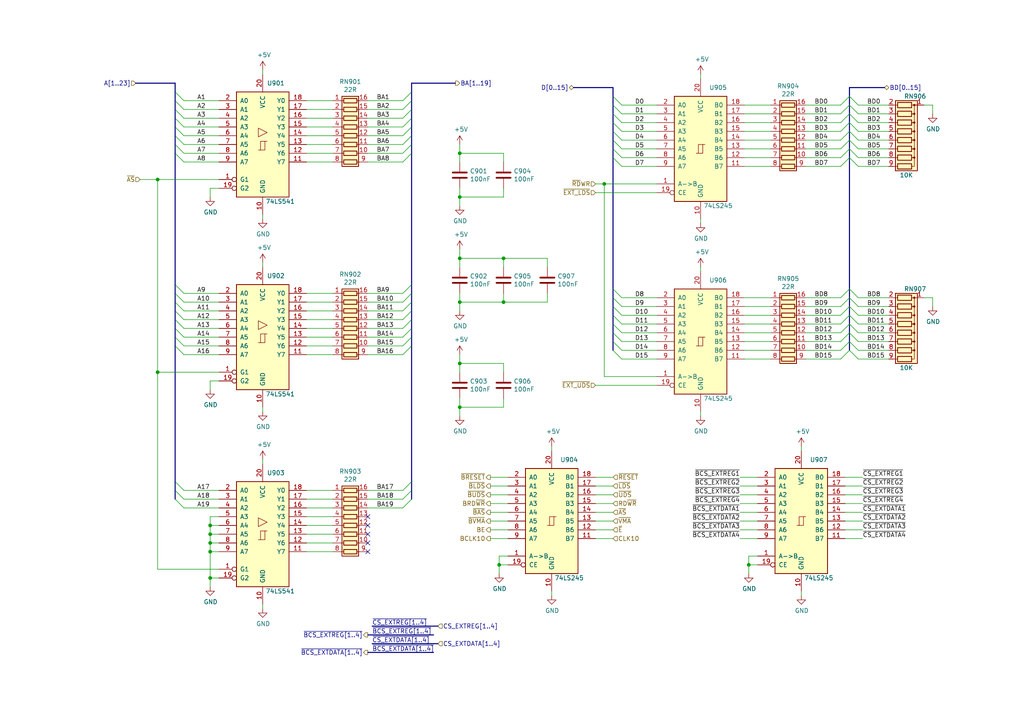
<source format=kicad_sch>
(kicad_sch (version 20230121) (generator eeschema)
  (paper "A4")
  (title_block (title "Y Ddraig") (company "Stephen Moody"))
  (lib_symbols
    (symbol "74xx:74LS245" (pin_names (offset 1.016))
      (property "Reference" "U" (at -7.62 16.51 0))
      (property "Value" "74LS245" (at -7.62 -16.51 0))
      (symbol "74LS245_1_0"
        (polyline (pts (xy -0.635 -1.27) (xy -0.635 1.27) (xy 0.635 1.27)))
        (polyline (pts (xy -1.27 -1.27) (xy 0.635 -1.27) (xy 0.635 1.27) (xy 1.27 1.27)))
        (pin input line (at -12.7 -10.16 0) (length 5.08) (name "A->B") (number "1"))
        (pin power_in line (at 0 -20.32 90) (length 5.08) (name "GND") (number "10"))
        (pin tri_state line (at 12.7 -5.08 180) (length 5.08) (name "B7") (number "11"))
        (pin tri_state line (at 12.7 -2.54 180) (length 5.08) (name "B6") (number "12"))
        (pin tri_state line (at 12.7 0 180) (length 5.08) (name "B5") (number "13"))
        (pin tri_state line (at 12.7 2.54 180) (length 5.08) (name "B4") (number "14"))
        (pin tri_state line (at 12.7 5.08 180) (length 5.08) (name "B3") (number "15"))
        (pin tri_state line (at 12.7 7.62 180) (length 5.08) (name "B2") (number "16"))
        (pin tri_state line (at 12.7 10.16 180) (length 5.08) (name "B1") (number "17"))
        (pin tri_state line (at 12.7 12.7 180) (length 5.08) (name "B0") (number "18"))
        (pin input inverted (at -12.7 -12.7 0) (length 5.08) (name "CE") (number "19"))
        (pin tri_state line (at -12.7 12.7 0) (length 5.08) (name "A0") (number "2"))
        (pin power_in line (at 0 20.32 270) (length 5.08) (name "VCC") (number "20"))
        (pin tri_state line (at -12.7 10.16 0) (length 5.08) (name "A1") (number "3"))
        (pin tri_state line (at -12.7 7.62 0) (length 5.08) (name "A2") (number "4"))
        (pin tri_state line (at -12.7 5.08 0) (length 5.08) (name "A3") (number "5"))
        (pin tri_state line (at -12.7 2.54 0) (length 5.08) (name "A4") (number "6"))
        (pin tri_state line (at -12.7 0 0) (length 5.08) (name "A5") (number "7"))
        (pin tri_state line (at -12.7 -2.54 0) (length 5.08) (name "A6") (number "8"))
        (pin tri_state line (at -12.7 -5.08 0) (length 5.08) (name "A7") (number "9"))
      )
      (symbol "74LS245_1_1"
        (rectangle (start -7.62 15.24) (end 7.62 -15.24) (stroke (width 0.254)) (fill (type background)))
      )
    )
    (symbol "74xx:74LS541" (pin_names (offset 1.016))
      (property "Reference" "U" (at -7.62 16.51 0))
      (property "Value" "74LS541" (at -7.62 -16.51 0))
      (symbol "74LS541_1_0"
        (polyline (pts (xy -0.635 -1.6002) (xy -0.635 0.9398) (xy 0.635 0.9398)))
        (polyline (pts (xy -1.27 -1.6002) (xy 0.635 -1.6002) (xy 0.635 0.9398) (xy 1.27 0.9398)))
        (polyline (pts (xy 1.27 3.4798) (xy -1.27 4.7498) (xy -1.27 2.2098) (xy 1.27 3.4798)) (stroke (width 0.1524)))
        (pin input inverted (at -12.7 -10.16 0) (length 5.08) (name "G1") (number "1"))
        (pin power_in line (at 0 -20.32 90) (length 5.08) (name "GND") (number "10"))
        (pin tri_state line (at 12.7 -5.08 180) (length 5.08) (name "Y7") (number "11"))
        (pin tri_state line (at 12.7 -2.54 180) (length 5.08) (name "Y6") (number "12"))
        (pin tri_state line (at 12.7 0 180) (length 5.08) (name "Y5") (number "13"))
        (pin tri_state line (at 12.7 2.54 180) (length 5.08) (name "Y4") (number "14"))
        (pin tri_state line (at 12.7 5.08 180) (length 5.08) (name "Y3") (number "15"))
        (pin tri_state line (at 12.7 7.62 180) (length 5.08) (name "Y2") (number "16"))
        (pin tri_state line (at 12.7 10.16 180) (length 5.08) (name "Y1") (number "17"))
        (pin tri_state line (at 12.7 12.7 180) (length 5.08) (name "Y0") (number "18"))
        (pin input inverted (at -12.7 -12.7 0) (length 5.08) (name "G2") (number "19"))
        (pin input line (at -12.7 12.7 0) (length 5.08) (name "A0") (number "2"))
        (pin power_in line (at 0 20.32 270) (length 5.08) (name "VCC") (number "20"))
        (pin input line (at -12.7 10.16 0) (length 5.08) (name "A1") (number "3"))
        (pin input line (at -12.7 7.62 0) (length 5.08) (name "A2") (number "4"))
        (pin input line (at -12.7 5.08 0) (length 5.08) (name "A3") (number "5"))
        (pin input line (at -12.7 2.54 0) (length 5.08) (name "A4") (number "6"))
        (pin input line (at -12.7 0 0) (length 5.08) (name "A5") (number "7"))
        (pin input line (at -12.7 -2.54 0) (length 5.08) (name "A6") (number "8"))
        (pin input line (at -12.7 -5.08 0) (length 5.08) (name "A7") (number "9"))
      )
      (symbol "74LS541_1_1"
        (rectangle (start -7.62 15.24) (end 7.62 -15.24) (stroke (width 0.254)) (fill (type background)))
      )
    )
    (symbol "Device:C" (pin_numbers hide) (pin_names (offset 0.254))
      (property "Reference" "C" (at 0.635 2.54 0))
      (property "Value" "C" (at 0.635 -2.54 0))
      (symbol "C_0_1"
        (polyline (pts (xy -2.032 -0.762) (xy 2.032 -0.762)) (stroke (width 0.508)))
        (polyline (pts (xy -2.032 0.762) (xy 2.032 0.762)) (stroke (width 0.508)))
      )
      (symbol "C_1_1"
        (pin passive line (at 0 3.81 270) (length 2.794) (name "~") (number "1"))
        (pin passive line (at 0 -3.81 90) (length 2.794) (name "~") (number "2"))
      )
    )
    (symbol "Device:R_Network08" (pin_names (offset 0) hide)
      (property "Reference" "RN" (at -12.7 0 90))
      (property "Value" "R_Network08" (at 10.16 0 90))
      (symbol "R_Network08_0_1"
        (rectangle (start -11.43 -3.175) (end 8.89 3.175) (stroke (width 0.254)) (fill (type background)))
        (rectangle (start -10.922 1.524) (end -9.398 -2.54) (stroke (width 0.254)))
        (circle (center -10.16 2.286) (radius 0.254) (fill (type outline)))
        (rectangle (start -8.382 1.524) (end -6.858 -2.54) (stroke (width 0.254)))
        (circle (center -7.62 2.286) (radius 0.254) (fill (type outline)))
        (rectangle (start -5.842 1.524) (end -4.318 -2.54) (stroke (width 0.254)))
        (circle (center -5.08 2.286) (radius 0.254) (fill (type outline)))
        (rectangle (start -3.302 1.524) (end -1.778 -2.54) (stroke (width 0.254)))
        (circle (center -2.54 2.286) (radius 0.254) (fill (type outline)))
        (rectangle (start -0.762 1.524) (end 0.762 -2.54) (stroke (width 0.254)))
        (polyline (pts (xy -10.16 -2.54) (xy -10.16 -3.81)))
        (polyline (pts (xy -7.62 -2.54) (xy -7.62 -3.81)))
        (polyline (pts (xy -5.08 -2.54) (xy -5.08 -3.81)))
        (polyline (pts (xy -2.54 -2.54) (xy -2.54 -3.81)))
        (polyline (pts (xy 0 -2.54) (xy 0 -3.81)))
        (polyline (pts (xy 2.54 -2.54) (xy 2.54 -3.81)))
        (polyline (pts (xy 5.08 -2.54) (xy 5.08 -3.81)))
        (polyline (pts (xy 7.62 -2.54) (xy 7.62 -3.81)))
        (polyline (pts (xy -10.16 1.524) (xy -10.16 2.286) (xy -7.62 2.286) (xy -7.62 1.524)))
        (polyline (pts (xy -7.62 1.524) (xy -7.62 2.286) (xy -5.08 2.286) (xy -5.08 1.524)))
        (polyline (pts (xy -5.08 1.524) (xy -5.08 2.286) (xy -2.54 2.286) (xy -2.54 1.524)))
        (polyline (pts (xy -2.54 1.524) (xy -2.54 2.286) (xy 0 2.286) (xy 0 1.524)))
        (polyline (pts (xy 0 1.524) (xy 0 2.286) (xy 2.54 2.286) (xy 2.54 1.524)))
        (polyline (pts (xy 2.54 1.524) (xy 2.54 2.286) (xy 5.08 2.286) (xy 5.08 1.524)))
        (polyline (pts (xy 5.08 1.524) (xy 5.08 2.286) (xy 7.62 2.286) (xy 7.62 1.524)))
        (circle (center 0 2.286) (radius 0.254) (fill (type outline)))
        (rectangle (start 1.778 1.524) (end 3.302 -2.54) (stroke (width 0.254)))
        (circle (center 2.54 2.286) (radius 0.254) (fill (type outline)))
        (rectangle (start 4.318 1.524) (end 5.842 -2.54) (stroke (width 0.254)))
        (circle (center 5.08 2.286) (radius 0.254) (fill (type outline)))
        (rectangle (start 6.858 1.524) (end 8.382 -2.54) (stroke (width 0.254)))
      )
      (symbol "R_Network08_1_1"
        (pin passive line (at -10.16 5.08 270) (length 2.54) (name "common") (number "1"))
        (pin passive line (at -10.16 -5.08 90) (length 1.27) (name "R1") (number "2"))
        (pin passive line (at -7.62 -5.08 90) (length 1.27) (name "R2") (number "3"))
        (pin passive line (at -5.08 -5.08 90) (length 1.27) (name "R3") (number "4"))
        (pin passive line (at -2.54 -5.08 90) (length 1.27) (name "R4") (number "5"))
        (pin passive line (at 0 -5.08 90) (length 1.27) (name "R5") (number "6"))
        (pin passive line (at 2.54 -5.08 90) (length 1.27) (name "R6") (number "7"))
        (pin passive line (at 5.08 -5.08 90) (length 1.27) (name "R7") (number "8"))
        (pin passive line (at 7.62 -5.08 90) (length 1.27) (name "R8") (number "9"))
      )
    )
    (symbol "Device:R_Pack08" (pin_names (offset 0) hide)
      (property "Reference" "RN" (at -12.7 0 90))
      (property "Value" "R_Pack08" (at 10.16 0 90))
      (symbol "R_Pack08_0_1"
        (rectangle (start -11.43 -2.413) (end 8.89 2.413) (stroke (width 0.254)) (fill (type background)))
        (rectangle (start -10.795 1.905) (end -9.525 -1.905) (stroke (width 0.254)))
        (rectangle (start -8.255 1.905) (end -6.985 -1.905) (stroke (width 0.254)))
        (rectangle (start -5.715 1.905) (end -4.445 -1.905) (stroke (width 0.254)))
        (rectangle (start -3.175 1.905) (end -1.905 -1.905) (stroke (width 0.254)))
        (rectangle (start -0.635 1.905) (end 0.635 -1.905) (stroke (width 0.254)))
        (polyline (pts (xy -10.16 -2.54) (xy -10.16 -1.905)))
        (polyline (pts (xy -10.16 1.905) (xy -10.16 2.54)))
        (polyline (pts (xy -7.62 -2.54) (xy -7.62 -1.905)))
        (polyline (pts (xy -7.62 1.905) (xy -7.62 2.54)))
        (polyline (pts (xy -5.08 -2.54) (xy -5.08 -1.905)))
        (polyline (pts (xy -5.08 1.905) (xy -5.08 2.54)))
        (polyline (pts (xy -2.54 -2.54) (xy -2.54 -1.905)))
        (polyline (pts (xy -2.54 1.905) (xy -2.54 2.54)))
        (polyline (pts (xy 0 -2.54) (xy 0 -1.905)))
        (polyline (pts (xy 0 1.905) (xy 0 2.54)))
        (polyline (pts (xy 2.54 -2.54) (xy 2.54 -1.905)))
        (polyline (pts (xy 2.54 1.905) (xy 2.54 2.54)))
        (polyline (pts (xy 5.08 -2.54) (xy 5.08 -1.905)))
        (polyline (pts (xy 5.08 1.905) (xy 5.08 2.54)))
        (polyline (pts (xy 7.62 -2.54) (xy 7.62 -1.905)))
        (polyline (pts (xy 7.62 1.905) (xy 7.62 2.54)))
        (rectangle (start 1.905 1.905) (end 3.175 -1.905) (stroke (width 0.254)))
        (rectangle (start 4.445 1.905) (end 5.715 -1.905) (stroke (width 0.254)))
        (rectangle (start 6.985 1.905) (end 8.255 -1.905) (stroke (width 0.254)))
      )
      (symbol "R_Pack08_1_1"
        (pin passive line (at -10.16 -5.08 90) (length 2.54) (name "R1.1") (number "1"))
        (pin passive line (at 5.08 5.08 270) (length 2.54) (name "R7.2") (number "10"))
        (pin passive line (at 2.54 5.08 270) (length 2.54) (name "R6.2") (number "11"))
        (pin passive line (at 0 5.08 270) (length 2.54) (name "R5.2") (number "12"))
        (pin passive line (at -2.54 5.08 270) (length 2.54) (name "R4.2") (number "13"))
        (pin passive line (at -5.08 5.08 270) (length 2.54) (name "R3.2") (number "14"))
        (pin passive line (at -7.62 5.08 270) (length 2.54) (name "R2.2") (number "15"))
        (pin passive line (at -10.16 5.08 270) (length 2.54) (name "R1.2") (number "16"))
        (pin passive line (at -7.62 -5.08 90) (length 2.54) (name "R2.1") (number "2"))
        (pin passive line (at -5.08 -5.08 90) (length 2.54) (name "R3.1") (number "3"))
        (pin passive line (at -2.54 -5.08 90) (length 2.54) (name "R4.1") (number "4"))
        (pin passive line (at 0 -5.08 90) (length 2.54) (name "R5.1") (number "5"))
        (pin passive line (at 2.54 -5.08 90) (length 2.54) (name "R6.1") (number "6"))
        (pin passive line (at 5.08 -5.08 90) (length 2.54) (name "R7.1") (number "7"))
        (pin passive line (at 7.62 -5.08 90) (length 2.54) (name "R8.1") (number "8"))
        (pin passive line (at 7.62 5.08 270) (length 2.54) (name "R8.2") (number "9"))
      )
    )
    (symbol "power:+5V" (power) (pin_names (offset 0))
      (property "Value" "+5V" (at 0 3.556 0))
      (symbol "+5V_0_1"
        (polyline (pts (xy -0.762 1.27) (xy 0 2.54)))
        (polyline (pts (xy 0 0) (xy 0 2.54)))
        (polyline (pts (xy 0 2.54) (xy 0.762 1.27)))
      )
      (symbol "+5V_1_1"
        (pin power_in line (at 0 0 90) (length 0) hide (name "+5V") (number "1"))
      )
    )
    (symbol "power:GND" (power) (pin_names (offset 0))
      (property "Value" "GND" (at 0 -3.81 0))
      (symbol "GND_0_1"
        (polyline (pts (xy 0 0) (xy 0 -1.27) (xy 1.27 -1.27) (xy 0 -2.54) (xy -1.27 -1.27) (xy 0 -1.27)))
      )
      (symbol "GND_1_1"
        (pin power_in line (at 0 0 270) (length 0) hide (name "GND") (number "1"))
      )
    )
  )
  (junction (at 60.96 157.48))
  (junction (at 133.35 118.11))
  (junction (at 60.96 154.94))
  (junction (at 146.05 87.63))
  (junction (at 60.96 167.64))
  (junction (at 133.35 57.15))
  (junction (at 60.96 152.4))
  (junction (at 144.78 163.83))
  (junction (at 175.26 53.34))
  (junction (at 60.96 160.02))
  (junction (at 217.17 163.83))
  (junction (at 133.35 74.93))
  (junction (at 133.35 87.63))
  (junction (at 45.72 107.95))
  (junction (at 133.35 105.41))
  (junction (at 133.35 44.45))
  (junction (at 146.05 74.93))
  (junction (at 45.72 52.07))
  (no_connect (at 106.68 152.4))
  (no_connect (at 106.68 157.48))
  (no_connect (at 106.68 160.02))
  (no_connect (at 106.68 149.86))
  (no_connect (at 106.68 154.94))
  (bus_entry (at 116.84 97.79) (size 2.54 -2.54))
  (bus_entry (at 50.8 39.37) (size 2.54 2.54))
  (bus_entry (at 116.84 34.29) (size 2.54 -2.54))
  (bus_entry (at 243.84 101.6) (size 2.54 -2.54))
  (bus_entry (at 246.38 93.98) (size 2.54 2.54))
  (bus_entry (at 116.84 29.21) (size 2.54 -2.54))
  (bus_entry (at 243.84 43.18) (size 2.54 -2.54))
  (bus_entry (at 246.38 43.18) (size 2.54 2.54))
  (bus_entry (at 116.84 100.33) (size 2.54 -2.54))
  (bus_entry (at 50.8 31.75) (size 2.54 2.54))
  (bus_entry (at 116.84 142.24) (size 2.54 -2.54))
  (bus_entry (at 116.84 46.99) (size 2.54 -2.54))
  (bus_entry (at 50.8 95.25) (size 2.54 2.54))
  (bus_entry (at 177.8 96.52) (size 2.54 2.54))
  (bus_entry (at 50.8 26.67) (size 2.54 2.54))
  (bus_entry (at 177.8 45.72) (size 2.54 2.54))
  (bus_entry (at 50.8 29.21) (size 2.54 2.54))
  (bus_entry (at 243.84 33.02) (size 2.54 -2.54))
  (bus_entry (at 50.8 82.55) (size 2.54 2.54))
  (bus_entry (at 177.8 33.02) (size 2.54 2.54))
  (bus_entry (at 50.8 97.79) (size 2.54 2.54))
  (bus_entry (at 246.38 101.6) (size 2.54 2.54))
  (bus_entry (at 177.8 86.36) (size 2.54 2.54))
  (bus_entry (at 243.84 104.14) (size 2.54 -2.54))
  (bus_entry (at 246.38 91.44) (size 2.54 2.54))
  (bus_entry (at 246.38 30.48) (size 2.54 2.54))
  (bus_entry (at 177.8 93.98) (size 2.54 2.54))
  (bus_entry (at 50.8 144.78) (size 2.54 2.54))
  (bus_entry (at 177.8 83.82) (size 2.54 2.54))
  (bus_entry (at 50.8 142.24) (size 2.54 2.54))
  (bus_entry (at 243.84 40.64) (size 2.54 -2.54))
  (bus_entry (at 243.84 96.52) (size 2.54 -2.54))
  (bus_entry (at 177.8 35.56) (size 2.54 2.54))
  (bus_entry (at 50.8 34.29) (size 2.54 2.54))
  (bus_entry (at 116.84 36.83) (size 2.54 -2.54))
  (bus_entry (at 50.8 85.09) (size 2.54 2.54))
  (bus_entry (at 246.38 83.82) (size 2.54 2.54))
  (bus_entry (at 116.84 90.17) (size 2.54 -2.54))
  (bus_entry (at 50.8 44.45) (size 2.54 2.54))
  (bus_entry (at 116.84 102.87) (size 2.54 -2.54))
  (bus_entry (at 116.84 92.71) (size 2.54 -2.54))
  (bus_entry (at 116.84 44.45) (size 2.54 -2.54))
  (bus_entry (at 177.8 101.6) (size 2.54 2.54))
  (bus_entry (at 50.8 41.91) (size 2.54 2.54))
  (bus_entry (at 177.8 99.06) (size 2.54 2.54))
  (bus_entry (at 177.8 40.64) (size 2.54 2.54))
  (bus_entry (at 177.8 38.1) (size 2.54 2.54))
  (bus_entry (at 50.8 36.83) (size 2.54 2.54))
  (bus_entry (at 246.38 35.56) (size 2.54 2.54))
  (bus_entry (at 116.84 87.63) (size 2.54 -2.54))
  (bus_entry (at 246.38 96.52) (size 2.54 2.54))
  (bus_entry (at 116.84 39.37) (size 2.54 -2.54))
  (bus_entry (at 177.8 27.94) (size 2.54 2.54))
  (bus_entry (at 246.38 99.06) (size 2.54 2.54))
  (bus_entry (at 243.84 86.36) (size 2.54 -2.54))
  (bus_entry (at 50.8 87.63) (size 2.54 2.54))
  (bus_entry (at 177.8 91.44) (size 2.54 2.54))
  (bus_entry (at 246.38 27.94) (size 2.54 2.54))
  (bus_entry (at 50.8 90.17) (size 2.54 2.54))
  (bus_entry (at 243.84 88.9) (size 2.54 -2.54))
  (bus_entry (at 177.8 88.9) (size 2.54 2.54))
  (bus_entry (at 243.84 45.72) (size 2.54 -2.54))
  (bus_entry (at 246.38 38.1) (size 2.54 2.54))
  (bus_entry (at 243.84 99.06) (size 2.54 -2.54))
  (bus_entry (at 116.84 85.09) (size 2.54 -2.54))
  (bus_entry (at 116.84 95.25) (size 2.54 -2.54))
  (bus_entry (at 50.8 100.33) (size 2.54 2.54))
  (bus_entry (at 246.38 86.36) (size 2.54 2.54))
  (bus_entry (at 116.84 41.91) (size 2.54 -2.54))
  (bus_entry (at 246.38 33.02) (size 2.54 2.54))
  (bus_entry (at 243.84 48.26) (size 2.54 -2.54))
  (bus_entry (at 177.8 43.18) (size 2.54 2.54))
  (bus_entry (at 243.84 91.44) (size 2.54 -2.54))
  (bus_entry (at 246.38 88.9) (size 2.54 2.54))
  (bus_entry (at 243.84 38.1) (size 2.54 -2.54))
  (bus_entry (at 177.8 30.48) (size 2.54 2.54))
  (bus_entry (at 246.38 45.72) (size 2.54 2.54))
  (bus_entry (at 50.8 92.71) (size 2.54 2.54))
  (bus_entry (at 116.84 147.32) (size 2.54 -2.54))
  (bus_entry (at 116.84 144.78) (size 2.54 -2.54))
  (bus_entry (at 116.84 31.75) (size 2.54 -2.54))
  (bus_entry (at 243.84 30.48) (size 2.54 -2.54))
  (bus_entry (at 243.84 93.98) (size 2.54 -2.54))
  (bus_entry (at 243.84 35.56) (size 2.54 -2.54))
  (bus_entry (at 246.38 40.64) (size 2.54 2.54))
  (bus_entry (at 50.8 139.7) (size 2.54 2.54))
  (wire (pts (xy 133.35 74.93) (xy 133.35 72.39)))
  (wire (pts (xy 147.32 156.21) (xy 142.24 156.21)))
  (bus (pts (xy 177.8 96.52) (xy 177.8 99.06)))
  (wire (pts (xy 106.68 147.32) (xy 116.84 147.32)))
  (wire (pts (xy 133.35 118.11) (xy 133.35 115.57)))
  (wire (pts (xy 53.34 102.87) (xy 63.5 102.87)))
  (wire (pts (xy 215.9 99.06) (xy 223.52 99.06)))
  (bus (pts (xy 119.38 44.45) (xy 119.38 82.55)))
  (wire (pts (xy 142.24 153.67) (xy 147.32 153.67)))
  (wire (pts (xy 88.9 149.86) (xy 96.52 149.86)))
  (wire (pts (xy 248.92 35.56) (xy 257.81 35.56)))
  (bus (pts (xy 107.95 186.69) (xy 127 186.69)))
  (wire (pts (xy 60.96 157.48) (xy 60.96 160.02)))
  (wire (pts (xy 60.96 54.61) (xy 60.96 57.15)))
  (wire (pts (xy 233.68 91.44) (xy 243.84 91.44)))
  (bus (pts (xy 50.8 139.7) (xy 50.8 142.24)))
  (wire (pts (xy 53.34 39.37) (xy 63.5 39.37)))
  (wire (pts (xy 160.02 129.54) (xy 160.02 130.81)))
  (wire (pts (xy 215.9 93.98) (xy 223.52 93.98)))
  (wire (pts (xy 63.5 160.02) (xy 60.96 160.02)))
  (bus (pts (xy 177.8 27.94) (xy 177.8 30.48)))
  (wire (pts (xy 172.72 55.88) (xy 190.5 55.88)))
  (bus (pts (xy 50.8 87.63) (xy 50.8 90.17)))
  (wire (pts (xy 88.9 100.33) (xy 96.52 100.33)))
  (bus (pts (xy 50.8 34.29) (xy 50.8 36.83)))
  (wire (pts (xy 133.35 87.63) (xy 133.35 85.09)))
  (wire (pts (xy 106.68 85.09) (xy 116.84 85.09)))
  (wire (pts (xy 190.5 53.34) (xy 175.26 53.34)))
  (wire (pts (xy 133.35 120.65) (xy 133.35 118.11)))
  (wire (pts (xy 215.9 43.18) (xy 223.52 43.18)))
  (wire (pts (xy 144.78 163.83) (xy 144.78 166.37)))
  (bus (pts (xy 119.38 31.75) (xy 119.38 34.29)))
  (wire (pts (xy 45.72 52.07) (xy 40.64 52.07)))
  (wire (pts (xy 76.2 21.59) (xy 76.2 20.32)))
  (wire (pts (xy 53.34 44.45) (xy 63.5 44.45)))
  (wire (pts (xy 245.11 146.05) (xy 250.19 146.05)))
  (wire (pts (xy 133.35 90.17) (xy 133.35 87.63)))
  (bus (pts (xy 246.38 27.94) (xy 246.38 30.48)))
  (wire (pts (xy 106.68 90.17) (xy 116.84 90.17)))
  (wire (pts (xy 180.34 33.02) (xy 190.5 33.02)))
  (bus (pts (xy 119.38 142.24) (xy 119.38 144.78)))
  (bus (pts (xy 246.38 91.44) (xy 246.38 93.98)))
  (wire (pts (xy 219.71 161.29) (xy 217.17 161.29)))
  (wire (pts (xy 158.75 85.09) (xy 158.75 87.63)))
  (wire (pts (xy 233.68 101.6) (xy 243.84 101.6)))
  (wire (pts (xy 53.34 34.29) (xy 63.5 34.29)))
  (wire (pts (xy 203.2 119.38) (xy 203.2 120.65)))
  (wire (pts (xy 248.92 86.36) (xy 257.81 86.36)))
  (bus (pts (xy 177.8 91.44) (xy 177.8 93.98)))
  (wire (pts (xy 233.68 38.1) (xy 243.84 38.1)))
  (wire (pts (xy 248.92 93.98) (xy 257.81 93.98)))
  (wire (pts (xy 219.71 163.83) (xy 217.17 163.83)))
  (wire (pts (xy 63.5 154.94) (xy 60.96 154.94)))
  (bus (pts (xy 177.8 93.98) (xy 177.8 96.52)))
  (wire (pts (xy 76.2 62.23) (xy 76.2 63.5)))
  (wire (pts (xy 106.68 36.83) (xy 116.84 36.83)))
  (wire (pts (xy 147.32 148.59) (xy 142.24 148.59)))
  (wire (pts (xy 233.68 33.02) (xy 243.84 33.02)))
  (wire (pts (xy 162.56 269.24) (xy 161.29 269.24)))
  (bus (pts (xy 246.38 93.98) (xy 246.38 96.52)))
  (wire (pts (xy 88.9 97.79) (xy 96.52 97.79)))
  (wire (pts (xy 144.78 161.29) (xy 144.78 163.83)))
  (wire (pts (xy 88.9 85.09) (xy 96.52 85.09)))
  (wire (pts (xy 106.68 39.37) (xy 116.84 39.37)))
  (wire (pts (xy 172.72 148.59) (xy 177.8 148.59)))
  (wire (pts (xy 106.68 34.29) (xy 116.84 34.29)))
  (bus (pts (xy 50.8 82.55) (xy 50.8 85.09)))
  (wire (pts (xy 175.26 53.34) (xy 172.72 53.34)))
  (wire (pts (xy 219.71 146.05) (xy 214.63 146.05)))
  (wire (pts (xy 76.2 118.11) (xy 76.2 119.38)))
  (bus (pts (xy 50.8 85.09) (xy 50.8 87.63)))
  (wire (pts (xy 180.34 48.26) (xy 190.5 48.26)))
  (wire (pts (xy 106.68 92.71) (xy 116.84 92.71)))
  (bus (pts (xy 50.8 26.67) (xy 50.8 29.21)))
  (bus (pts (xy 119.38 85.09) (xy 119.38 87.63)))
  (bus (pts (xy 177.8 86.36) (xy 177.8 88.9)))
  (wire (pts (xy 106.68 100.33) (xy 116.84 100.33)))
  (wire (pts (xy 88.9 102.87) (xy 96.52 102.87)))
  (wire (pts (xy 88.9 31.75) (xy 96.52 31.75)))
  (wire (pts (xy 45.72 52.07) (xy 45.72 107.95)))
  (wire (pts (xy 267.97 30.48) (xy 270.51 30.48)))
  (wire (pts (xy 248.92 88.9) (xy 257.81 88.9)))
  (bus (pts (xy 106.68 189.23) (xy 125.73 189.23)))
  (wire (pts (xy 217.17 161.29) (xy 217.17 163.83)))
  (bus (pts (xy 246.38 86.36) (xy 246.38 88.9)))
  (wire (pts (xy 175.26 53.34) (xy 175.26 109.22)))
  (wire (pts (xy 215.9 86.36) (xy 223.52 86.36)))
  (wire (pts (xy 147.32 146.05) (xy 142.24 146.05)))
  (wire (pts (xy 248.92 40.64) (xy 257.81 40.64)))
  (wire (pts (xy 158.75 74.93) (xy 158.75 77.47)))
  (wire (pts (xy 158.75 87.63) (xy 146.05 87.63)))
  (wire (pts (xy 248.92 33.02) (xy 257.81 33.02)))
  (wire (pts (xy 233.68 43.18) (xy 243.84 43.18)))
  (wire (pts (xy 88.9 90.17) (xy 96.52 90.17)))
  (bus (pts (xy 177.8 38.1) (xy 177.8 40.64)))
  (wire (pts (xy 45.72 107.95) (xy 45.72 165.1)))
  (wire (pts (xy 133.35 87.63) (xy 146.05 87.63)))
  (bus (pts (xy 119.38 24.13) (xy 132.08 24.13)))
  (bus (pts (xy 246.38 45.72) (xy 246.38 83.82)))
  (wire (pts (xy 63.5 110.49) (xy 60.96 110.49)))
  (bus (pts (xy 119.38 97.79) (xy 119.38 100.33)))
  (wire (pts (xy 45.72 165.1) (xy 63.5 165.1)))
  (wire (pts (xy 248.92 91.44) (xy 257.81 91.44)))
  (wire (pts (xy 63.5 54.61) (xy 60.96 54.61)))
  (wire (pts (xy 219.71 140.97) (xy 214.63 140.97)))
  (wire (pts (xy 203.2 77.47) (xy 203.2 78.74)))
  (wire (pts (xy 190.5 111.76) (xy 172.72 111.76)))
  (bus (pts (xy 119.38 87.63) (xy 119.38 90.17)))
  (wire (pts (xy 106.68 142.24) (xy 116.84 142.24)))
  (wire (pts (xy 53.34 41.91) (xy 63.5 41.91)))
  (wire (pts (xy 60.96 167.64) (xy 60.96 170.18)))
  (wire (pts (xy 215.9 45.72) (xy 223.52 45.72)))
  (wire (pts (xy 53.34 36.83) (xy 63.5 36.83)))
  (wire (pts (xy 180.34 45.72) (xy 190.5 45.72)))
  (bus (pts (xy 177.8 35.56) (xy 177.8 38.1)))
  (bus (pts (xy 50.8 31.75) (xy 50.8 34.29)))
  (wire (pts (xy 172.72 156.21) (xy 177.8 156.21)))
  (wire (pts (xy 175.26 109.22) (xy 190.5 109.22)))
  (wire (pts (xy 88.9 154.94) (xy 96.52 154.94)))
  (wire (pts (xy 133.35 59.69) (xy 133.35 57.15)))
  (wire (pts (xy 203.2 21.59) (xy 203.2 22.86)))
  (wire (pts (xy 180.34 35.56) (xy 190.5 35.56)))
  (wire (pts (xy 180.34 30.48) (xy 190.5 30.48)))
  (wire (pts (xy 270.51 30.48) (xy 270.51 33.02)))
  (wire (pts (xy 133.35 46.99) (xy 133.35 44.45)))
  (bus (pts (xy 50.8 95.25) (xy 50.8 97.79)))
  (bus (pts (xy 119.38 29.21) (xy 119.38 31.75)))
  (wire (pts (xy 180.34 96.52) (xy 190.5 96.52)))
  (wire (pts (xy 106.68 102.87) (xy 116.84 102.87)))
  (wire (pts (xy 60.96 154.94) (xy 60.96 157.48)))
  (wire (pts (xy 133.35 44.45) (xy 146.05 44.45)))
  (wire (pts (xy 146.05 44.45) (xy 146.05 46.99)))
  (wire (pts (xy 270.51 86.36) (xy 270.51 88.9)))
  (wire (pts (xy 133.35 57.15) (xy 133.35 54.61)))
  (wire (pts (xy 106.68 144.78) (xy 116.84 144.78)))
  (wire (pts (xy 215.9 91.44) (xy 223.52 91.44)))
  (wire (pts (xy 248.92 96.52) (xy 257.81 96.52)))
  (bus (pts (xy 50.8 39.37) (xy 50.8 41.91)))
  (wire (pts (xy 219.71 148.59) (xy 214.63 148.59)))
  (wire (pts (xy 180.34 88.9) (xy 190.5 88.9)))
  (wire (pts (xy 63.5 144.78) (xy 53.34 144.78)))
  (wire (pts (xy 133.35 77.47) (xy 133.35 74.93)))
  (wire (pts (xy 172.72 143.51) (xy 177.8 143.51)))
  (bus (pts (xy 50.8 44.45) (xy 50.8 82.55)))
  (wire (pts (xy 245.11 140.97) (xy 250.19 140.97)))
  (wire (pts (xy 53.34 46.99) (xy 63.5 46.99)))
  (wire (pts (xy 219.71 153.67) (xy 214.63 153.67)))
  (bus (pts (xy 119.38 90.17) (xy 119.38 92.71)))
  (wire (pts (xy 215.9 40.64) (xy 223.52 40.64)))
  (wire (pts (xy 248.92 43.18) (xy 257.81 43.18)))
  (wire (pts (xy 180.34 43.18) (xy 190.5 43.18)))
  (wire (pts (xy 233.68 48.26) (xy 243.84 48.26)))
  (wire (pts (xy 88.9 44.45) (xy 96.52 44.45)))
  (bus (pts (xy 106.68 184.15) (xy 125.73 184.15)))
  (bus (pts (xy 246.38 30.48) (xy 246.38 33.02)))
  (wire (pts (xy 180.34 91.44) (xy 190.5 91.44)))
  (wire (pts (xy 88.9 144.78) (xy 96.52 144.78)))
  (wire (pts (xy 106.68 31.75) (xy 116.84 31.75)))
  (wire (pts (xy 215.9 48.26) (xy 223.52 48.26)))
  (wire (pts (xy 147.32 138.43) (xy 142.24 138.43)))
  (wire (pts (xy 88.9 41.91) (xy 96.52 41.91)))
  (wire (pts (xy 248.92 30.48) (xy 257.81 30.48)))
  (bus (pts (xy 50.8 100.33) (xy 50.8 139.7)))
  (wire (pts (xy 233.68 99.06) (xy 243.84 99.06)))
  (bus (pts (xy 50.8 92.71) (xy 50.8 95.25)))
  (bus (pts (xy 119.38 36.83) (xy 119.38 39.37)))
  (wire (pts (xy 233.68 86.36) (xy 243.84 86.36)))
  (wire (pts (xy 215.9 33.02) (xy 223.52 33.02)))
  (wire (pts (xy 215.9 104.14) (xy 223.52 104.14)))
  (wire (pts (xy 88.9 29.21) (xy 96.52 29.21)))
  (wire (pts (xy 53.34 142.24) (xy 63.5 142.24)))
  (wire (pts (xy 233.68 30.48) (xy 243.84 30.48)))
  (wire (pts (xy 233.68 88.9) (xy 243.84 88.9)))
  (wire (pts (xy 219.71 143.51) (xy 214.63 143.51)))
  (wire (pts (xy 88.9 39.37) (xy 96.52 39.37)))
  (wire (pts (xy 217.17 163.83) (xy 217.17 166.37)))
  (wire (pts (xy 245.11 156.21) (xy 250.19 156.21)))
  (wire (pts (xy 180.34 86.36) (xy 190.5 86.36)))
  (wire (pts (xy 219.71 156.21) (xy 214.63 156.21)))
  (wire (pts (xy 53.34 147.32) (xy 63.5 147.32)))
  (bus (pts (xy 119.38 26.67) (xy 119.38 29.21)))
  (wire (pts (xy 88.9 157.48) (xy 96.52 157.48)))
  (wire (pts (xy 53.34 90.17) (xy 63.5 90.17)))
  (bus (pts (xy 177.8 25.4) (xy 166.37 25.4)))
  (wire (pts (xy 233.68 35.56) (xy 243.84 35.56)))
  (wire (pts (xy 180.34 104.14) (xy 190.5 104.14)))
  (bus (pts (xy 246.38 35.56) (xy 246.38 38.1)))
  (bus (pts (xy 50.8 29.21) (xy 50.8 31.75)))
  (bus (pts (xy 119.38 92.71) (xy 119.38 95.25)))
  (wire (pts (xy 133.35 105.41) (xy 146.05 105.41)))
  (bus (pts (xy 50.8 97.79) (xy 50.8 100.33)))
  (wire (pts (xy 88.9 46.99) (xy 96.52 46.99)))
  (wire (pts (xy 146.05 57.15) (xy 146.05 54.61)))
  (wire (pts (xy 180.34 99.06) (xy 190.5 99.06)))
  (wire (pts (xy 60.96 152.4) (xy 60.96 154.94)))
  (wire (pts (xy 180.34 38.1) (xy 190.5 38.1)))
  (wire (pts (xy 248.92 101.6) (xy 257.81 101.6)))
  (bus (pts (xy 177.8 45.72) (xy 177.8 83.82)))
  (wire (pts (xy 248.92 48.26) (xy 257.81 48.26)))
  (wire (pts (xy 180.34 101.6) (xy 190.5 101.6)))
  (wire (pts (xy 53.34 92.71) (xy 63.5 92.71)))
  (bus (pts (xy 50.8 90.17) (xy 50.8 92.71)))
  (wire (pts (xy 232.41 171.45) (xy 232.41 172.72)))
  (bus (pts (xy 246.38 33.02) (xy 246.38 35.56)))
  (bus (pts (xy 119.38 34.29) (xy 119.38 36.83)))
  (bus (pts (xy 177.8 40.64) (xy 177.8 43.18)))
  (wire (pts (xy 133.35 118.11) (xy 146.05 118.11)))
  (wire (pts (xy 160.02 171.45) (xy 160.02 172.72)))
  (wire (pts (xy 146.05 74.93) (xy 146.05 77.47)))
  (bus (pts (xy 119.38 39.37) (xy 119.38 41.91)))
  (bus (pts (xy 246.38 83.82) (xy 246.38 86.36)))
  (wire (pts (xy 60.96 149.86) (xy 60.96 152.4)))
  (wire (pts (xy 106.68 95.25) (xy 116.84 95.25)))
  (wire (pts (xy 245.11 138.43) (xy 250.19 138.43)))
  (wire (pts (xy 88.9 152.4) (xy 96.52 152.4)))
  (wire (pts (xy 63.5 107.95) (xy 45.72 107.95)))
  (bus (pts (xy 177.8 30.48) (xy 177.8 33.02)))
  (wire (pts (xy 245.11 153.67) (xy 250.19 153.67)))
  (wire (pts (xy 106.68 46.99) (xy 116.84 46.99)))
  (wire (pts (xy 60.96 110.49) (xy 60.96 113.03)))
  (wire (pts (xy 88.9 36.83) (xy 96.52 36.83)))
  (wire (pts (xy 63.5 149.86) (xy 60.96 149.86)))
  (wire (pts (xy 248.92 38.1) (xy 257.81 38.1)))
  (wire (pts (xy 133.35 44.45) (xy 133.35 41.91)))
  (wire (pts (xy 180.34 40.64) (xy 190.5 40.64)))
  (wire (pts (xy 248.92 104.14) (xy 257.81 104.14)))
  (bus (pts (xy 177.8 88.9) (xy 177.8 91.44)))
  (wire (pts (xy 106.68 41.91) (xy 116.84 41.91)))
  (wire (pts (xy 53.34 95.25) (xy 63.5 95.25)))
  (wire (pts (xy 53.34 100.33) (xy 63.5 100.33)))
  (wire (pts (xy 215.9 35.56) (xy 223.52 35.56)))
  (bus (pts (xy 119.38 139.7) (xy 119.38 142.24)))
  (bus (pts (xy 50.8 36.83) (xy 50.8 39.37)))
  (wire (pts (xy 146.05 105.41) (xy 146.05 107.95)))
  (wire (pts (xy 233.68 45.72) (xy 243.84 45.72)))
  (wire (pts (xy 180.34 93.98) (xy 190.5 93.98)))
  (wire (pts (xy 233.68 104.14) (xy 243.84 104.14)))
  (wire (pts (xy 245.11 148.59) (xy 250.19 148.59)))
  (wire (pts (xy 106.68 29.21) (xy 116.84 29.21)))
  (wire (pts (xy 147.32 151.13) (xy 142.24 151.13)))
  (wire (pts (xy 215.9 38.1) (xy 223.52 38.1)))
  (bus (pts (xy 50.8 142.24) (xy 50.8 144.78)))
  (wire (pts (xy 88.9 34.29) (xy 96.52 34.29)))
  (wire (pts (xy 219.71 138.43) (xy 214.63 138.43)))
  (wire (pts (xy 146.05 87.63) (xy 146.05 85.09)))
  (wire (pts (xy 147.32 161.29) (xy 144.78 161.29)))
  (wire (pts (xy 172.72 138.43) (xy 177.8 138.43)))
  (bus (pts (xy 246.38 43.18) (xy 246.38 45.72)))
  (wire (pts (xy 88.9 92.71) (xy 96.52 92.71)))
  (wire (pts (xy 146.05 118.11) (xy 146.05 115.57)))
  (bus (pts (xy 119.38 95.25) (xy 119.38 97.79)))
  (wire (pts (xy 147.32 143.51) (xy 142.24 143.51)))
  (wire (pts (xy 245.11 151.13) (xy 250.19 151.13)))
  (wire (pts (xy 63.5 167.64) (xy 60.96 167.64)))
  (wire (pts (xy 172.72 140.97) (xy 177.8 140.97)))
  (bus (pts (xy 246.38 25.4) (xy 246.38 27.94)))
  (wire (pts (xy 203.2 63.5) (xy 203.2 64.77)))
  (wire (pts (xy 215.9 88.9) (xy 223.52 88.9)))
  (bus (pts (xy 246.38 38.1) (xy 246.38 40.64)))
  (bus (pts (xy 119.38 41.91) (xy 119.38 44.45)))
  (bus (pts (xy 177.8 25.4) (xy 177.8 27.94)))
  (wire (pts (xy 146.05 74.93) (xy 158.75 74.93)))
  (wire (pts (xy 53.34 97.79) (xy 63.5 97.79)))
  (bus (pts (xy 177.8 99.06) (xy 177.8 101.6)))
  (bus (pts (xy 177.8 83.82) (xy 177.8 86.36)))
  (wire (pts (xy 267.97 86.36) (xy 270.51 86.36)))
  (wire (pts (xy 53.34 87.63) (xy 63.5 87.63)))
  (wire (pts (xy 147.32 163.83) (xy 144.78 163.83)))
  (wire (pts (xy 60.96 160.02) (xy 60.96 167.64)))
  (wire (pts (xy 161.29 269.24) (xy 161.29 257.81)))
  (bus (pts (xy 119.38 82.55) (xy 119.38 85.09)))
  (bus (pts (xy 246.38 25.4) (xy 256.54 25.4)))
  (wire (pts (xy 53.34 31.75) (xy 63.5 31.75)))
  (wire (pts (xy 232.41 129.54) (xy 232.41 130.81)))
  (wire (pts (xy 63.5 152.4) (xy 60.96 152.4)))
  (wire (pts (xy 106.68 97.79) (xy 116.84 97.79)))
  (wire (pts (xy 88.9 87.63) (xy 96.52 87.63)))
  (wire (pts (xy 233.68 96.52) (xy 243.84 96.52)))
  (bus (pts (xy 246.38 88.9) (xy 246.38 91.44)))
  (wire (pts (xy 133.35 107.95) (xy 133.35 105.41)))
  (wire (pts (xy 215.9 101.6) (xy 223.52 101.6)))
  (wire (pts (xy 76.2 134.62) (xy 76.2 133.35)))
  (bus (pts (xy 50.8 24.13) (xy 39.37 24.13)))
  (wire (pts (xy 248.92 99.06) (xy 257.81 99.06)))
  (bus (pts (xy 127 181.61) (xy 107.95 181.61)))
  (bus (pts (xy 177.8 33.02) (xy 177.8 35.56)))
  (wire (pts (xy 215.9 96.52) (xy 223.52 96.52)))
  (wire (pts (xy 248.92 45.72) (xy 257.81 45.72)))
  (wire (pts (xy 53.34 85.09) (xy 63.5 85.09)))
  (wire (pts (xy 88.9 95.25) (xy 96.52 95.25)))
  (bus (pts (xy 246.38 40.64) (xy 246.38 43.18)))
  (wire (pts (xy 133.35 57.15) (xy 146.05 57.15)))
  (wire (pts (xy 76.2 175.26) (xy 76.2 176.53)))
  (wire (pts (xy 147.32 140.97) (xy 142.24 140.97)))
  (wire (pts (xy 53.34 29.21) (xy 63.5 29.21)))
  (bus (pts (xy 50.8 24.13) (xy 50.8 26.67)))
  (wire (pts (xy 233.68 93.98) (xy 243.84 93.98)))
  (bus (pts (xy 50.8 41.91) (xy 50.8 44.45)))
  (wire (pts (xy 106.68 44.45) (xy 116.84 44.45)))
  (bus (pts (xy 246.38 96.52) (xy 246.38 99.06)))
  (wire (pts (xy 133.35 74.93) (xy 146.05 74.93)))
  (wire (pts (xy 172.72 151.13) (xy 177.8 151.13)))
  (wire (pts (xy 219.71 151.13) (xy 214.63 151.13)))
  (wire (pts (xy 63.5 157.48) (xy 60.96 157.48)))
  (wire (pts (xy 133.35 105.41) (xy 133.35 102.87)))
  (wire (pts (xy 76.2 77.47) (xy 76.2 76.2)))
  (wire (pts (xy 245.11 143.51) (xy 250.19 143.51)))
  (wire (pts (xy 177.8 153.67) (xy 172.72 153.67)))
  (wire (pts (xy 88.9 142.24) (xy 96.52 142.24)))
  (bus (pts (xy 246.38 99.06) (xy 246.38 101.6)))
  (bus (pts (xy 119.38 100.33) (xy 119.38 139.7)))
  (wire (pts (xy 215.9 30.48) (xy 223.52 30.48)))
  (wire (pts (xy 172.72 146.05) (xy 177.8 146.05)))
  (wire (pts (xy 233.68 40.64) (xy 243.84 40.64)))
  (wire (pts (xy 88.9 147.32) (xy 96.52 147.32)))
  (wire (pts (xy 63.5 52.07) (xy 45.72 52.07)))
  (wire (pts (xy 88.9 160.02) (xy 96.52 160.02)))
  (bus (pts (xy 177.8 43.18) (xy 177.8 45.72)))
  (bus (pts (xy 119.38 24.13) (xy 119.38 26.67)))
  (wire (pts (xy 106.68 87.63) (xy 116.84 87.63)))
  (label "BA11" (at 109.22 90.17 0))
  (label "A8" (at 57.15 46.99 0))
  (label "BA19" (at 109.22 147.32 0))
  (label "~{BCS_EXTREG[1..4]}" (at 107.95 184.15 0))
  (label "BD12" (at 251.46 96.52 0))
  (label "BA1" (at 109.22 29.21 0))
  (label "D5" (at 184.15 43.18 0))
  (label "~{CS_EXTDATA[1..4]}" (at 107.95 186.69 0))
  (label "~{BCS_EXTDATA3}" (at 214.63 153.67 180))
  (label "A12" (at 57.15 92.71 0))
  (label "BD3" (at 236.22 38.1 0))
  (label "BD15" (at 251.46 104.14 0))
  (label "~{CS_EXTREG2}" (at 250.19 140.97 0))
  (label "BA6" (at 109.22 41.91 0))
  (label "BA16" (at 109.22 102.87 0))
  (label "A16" (at 57.15 102.87 0))
  (label "BA4" (at 109.22 36.83 0))
  (label "D11" (at 184.15 93.98 0))
  (label "A2" (at 57.15 31.75 0))
  (label "~{BCS_EXTREG3}" (at 214.63 143.51 180))
  (label "~{CS_EXTDATA3}" (at 250.19 153.67 0))
  (label "~{CS_EXTREG1}" (at 250.19 138.43 0))
  (label "A6" (at 57.15 41.91 0))
  (label "BD10" (at 251.46 91.44 0))
  (label "BD15" (at 236.22 104.14 0))
  (label "~{BCS_EXTREG1}" (at 214.63 138.43 180))
  (label "BD8" (at 251.46 86.36 0))
  (label "~{CS_EXTDATA1}" (at 250.19 148.59 0))
  (label "BD11" (at 251.46 93.98 0))
  (label "~{BCS_EXTREG2}" (at 214.63 140.97 180))
  (label "~{CS_EXTREG4}" (at 250.19 146.05 0))
  (label "BD0" (at 251.46 30.48 0))
  (label "BD2" (at 236.22 35.56 0))
  (label "BA14" (at 109.22 97.79 0))
  (label "~{BCS_EXTDATA4}" (at 214.63 156.21 180))
  (label "BA8" (at 109.22 46.99 0))
  (label "BD5" (at 251.46 43.18 0))
  (label "BD1" (at 251.46 33.02 0))
  (label "BD6" (at 236.22 45.72 0))
  (label "A5" (at 57.15 39.37 0))
  (label "BD6" (at 251.46 45.72 0))
  (label "BA15" (at 109.22 100.33 0))
  (label "BA12" (at 109.22 92.71 0))
  (label "~{BCS_EXTDATA2}" (at 214.63 151.13 180))
  (label "~{BCS_EXTDATA[1..4]}" (at 107.95 189.23 0))
  (label "BA9" (at 109.22 85.09 0))
  (label "BD4" (at 251.46 40.64 0))
  (label "A11" (at 57.15 90.17 0))
  (label "BD5" (at 236.22 43.18 0))
  (label "BD0" (at 236.22 30.48 0))
  (label "D2" (at 184.15 35.56 0))
  (label "D4" (at 184.15 40.64 0))
  (label "BD14" (at 236.22 101.6 0))
  (label "BD2" (at 251.46 35.56 0))
  (label "D9" (at 184.15 88.9 0))
  (label "BD9" (at 251.46 88.9 0))
  (label "~{BCS_EXTDATA1}" (at 214.63 148.59 180))
  (label "A7" (at 57.15 44.45 0))
  (label "BA2" (at 109.22 31.75 0))
  (label "BD7" (at 236.22 48.26 0))
  (label "BD13" (at 251.46 99.06 0))
  (label "BD9" (at 236.22 88.9 0))
  (label "A14" (at 57.15 97.79 0))
  (label "A1" (at 57.15 29.21 0))
  (label "A19" (at 57.15 147.32 0))
  (label "BA5" (at 109.22 39.37 0))
  (label "BD14" (at 251.46 101.6 0))
  (label "A18" (at 57.15 144.78 0))
  (label "D7" (at 184.15 48.26 0))
  (label "A3" (at 57.15 34.29 0))
  (label "D12" (at 184.15 96.52 0))
  (label "~{CS_EXTREG3}" (at 250.19 143.51 0))
  (label "A17" (at 57.15 142.24 0))
  (label "BD10" (at 236.22 91.44 0))
  (label "A13" (at 57.15 95.25 0))
  (label "BA3" (at 109.22 34.29 0))
  (label "BA10" (at 109.22 87.63 0))
  (label "BD1" (at 236.22 33.02 0))
  (label "A4" (at 57.15 36.83 0))
  (label "D0" (at 184.15 30.48 0))
  (label "D1" (at 184.15 33.02 0))
  (label "BD7" (at 251.46 48.26 0))
  (label "BD3" (at 251.46 38.1 0))
  (label "D10" (at 184.15 91.44 0))
  (label "BA18" (at 109.22 144.78 0))
  (label "D8" (at 184.15 86.36 0))
  (label "BD4" (at 236.22 40.64 0))
  (label "BD12" (at 236.22 96.52 0))
  (label "BA7" (at 109.22 44.45 0))
  (label "~{CS_EXTREG[1..4]}" (at 107.95 181.61 0))
  (label "~{BCS_EXTREG4}" (at 214.63 146.05 180))
  (label "D6" (at 184.15 45.72 0))
  (label "A9" (at 57.15 85.09 0))
  (label "BA13" (at 109.22 95.25 0))
  (label "D3" (at 184.15 38.1 0))
  (label "A10" (at 57.15 87.63 0))
  (label "~{CS_EXTDATA2}" (at 250.19 151.13 0))
  (label "D13" (at 184.15 99.06 0))
  (label "BA17" (at 109.22 142.24 0))
  (label "BD8" (at 236.22 86.36 0))
  (label "BD13" (at 236.22 99.06 0))
  (label "~{CS_EXTDATA4}" (at 250.19 156.21 0))
  (label "BD11" (at 236.22 93.98 0))
  (label "A15" (at 57.15 100.33 0))
  (label "D14" (at 184.15 101.6 0))
  (label "D15" (at 184.15 104.14 0))
  (hierarchical_label "~{EXT_UDS}" (shape input) (at 172.72 111.76 180))
  (hierarchical_label "~{RD}WR" (shape input) (at 172.72 53.34 180))
  (hierarchical_label "~{BAS}" (shape output) (at 142.24 148.59 180))
  (hierarchical_label "BRD~{WR}" (shape output) (at 142.24 146.05 180))
  (hierarchical_label "RD~{WR}" (shape input) (at 177.8 146.05 0))
  (hierarchical_label "~{UDS}" (shape input) (at 177.8 143.51 0))
  (hierarchical_label "~{AS}" (shape input) (at 40.64 52.07 180))
  (hierarchical_label "BCLK10" (shape output) (at 142.24 156.21 180))
  (hierarchical_label "~{VMA}" (shape input) (at 177.8 151.13 0))
  (hierarchical_label "~{LDS}" (shape input) (at 177.8 140.97 0))
  (hierarchical_label "~{BUDS}" (shape output) (at 142.24 143.51 180))
  (hierarchical_label "CS_EXTREG[1..4]" (shape input) (at 127 181.61 0))
  (hierarchical_label "CLK10" (shape input) (at 177.8 156.21 0))
  (hierarchical_label "A[1..23]" (shape input) (at 39.37 24.13 180))
  (hierarchical_label "~{AS}" (shape input) (at 177.8 148.59 0))
  (hierarchical_label "BD[0..15]" (shape bidirectional) (at 256.54 25.4 0))
  (hierarchical_label "~{BCS_EXTREG[1..4]}" (shape output) (at 106.68 184.15 180))
  (hierarchical_label "D[0..15]" (shape bidirectional) (at 166.37 25.4 180))
  (hierarchical_label "~{BLDS}" (shape output) (at 142.24 140.97 180))
  (hierarchical_label "CS_EXTDATA[1..4]" (shape input) (at 127 186.69 0))
  (hierarchical_label "~{BCS_EXTDATA[1..4]}" (shape output) (at 106.68 189.23 180))
  (hierarchical_label "BA[1..19]" (shape output) (at 132.08 24.13 0))
  (hierarchical_label "~{EXT_LDS}" (shape input) (at 172.72 55.88 180))
  (hierarchical_label "BE" (shape output) (at 142.24 153.67 180))
  (hierarchical_label "~{BVMA}" (shape output) (at 142.24 151.13 180))
  (hierarchical_label "~{BRESET}" (shape output) (at 142.24 138.43 180))
  (hierarchical_label "~{E}" (shape input) (at 177.8 153.67 0))
  (hierarchical_label "~{RESET}" (shape input) (at 177.8 138.43 0))
  (symbol (lib_id "74xx:74LS541") (at 76.2 41.91 0) (unit 1)
    (property "Reference" "U901" (at 80.01 24.13 0))
    (property "Value" "74LS541" (at 81.28 58.42 0))
    (property "Footprint" "Package_DIP:DIP-20_W7.62mm_Socket" (effects hide))
    (property "Datasheet" "http://www.ti.com/lit/gpn/sn74LS541" (effects hide))
  )
  (symbol (lib_id "power:+5V") (at 76.2 20.32 0) (unit 1)
    (property "Reference" "#PWR0904" (effects hide))
    (property "Value" "+5V" (at 76.581 15.9258 0))
  )
  (symbol (lib_id "power:GND") (at 76.2 63.5 0) (unit 1)
    (property "Reference" "#PWR0905" (effects hide))
    (property "Value" "GND" (at 76.327 67.8942 0))
  )
  (symbol (lib_id "74xx:74LS541") (at 76.2 97.79 0) (unit 1)
    (property "Reference" "U902" (at 80.01 80.01 0))
    (property "Value" "74LS541" (at 81.28 114.3 0))
    (property "Footprint" "Package_DIP:DIP-20_W7.62mm_Socket" (effects hide))
    (property "Datasheet" "http://www.ti.com/lit/gpn/sn74LS541" (effects hide))
  )
  (symbol (lib_id "power:+5V") (at 76.2 76.2 0) (unit 1)
    (property "Reference" "#PWR0906" (effects hide))
    (property "Value" "+5V" (at 76.581 71.8058 0))
  )
  (symbol (lib_id "power:GND") (at 76.2 119.38 0) (unit 1)
    (property "Reference" "#PWR0907" (effects hide))
    (property "Value" "GND" (at 76.327 123.7742 0))
  )
  (symbol (lib_id "74xx:74LS541") (at 76.2 154.94 0) (unit 1)
    (property "Reference" "U903" (at 80.01 137.16 0))
    (property "Value" "74LS541" (at 81.28 171.45 0))
    (property "Footprint" "Package_DIP:DIP-20_W7.62mm_Socket" (effects hide))
    (property "Datasheet" "http://www.ti.com/lit/gpn/sn74LS541" (effects hide))
  )
  (symbol (lib_id "power:+5V") (at 76.2 133.35 0) (unit 1)
    (property "Reference" "#PWR0908" (effects hide))
    (property "Value" "+5V" (at 76.581 128.9558 0))
  )
  (symbol (lib_id "power:GND") (at 76.2 176.53 0) (unit 1)
    (property "Reference" "#PWR0909" (effects hide))
    (property "Value" "GND" (at 76.327 180.9242 0))
  )
  (symbol (lib_id "Device:R_Pack08") (at 101.6 39.37 270) (unit 1)
    (property "Reference" "RN901" (at 101.6 23.6982 90))
    (property "Value" "22R" (at 101.6 26.0096 90))
    (property "Footprint" "Package_DIP:DIP-16_W7.62mm" (effects hide))
  )
  (symbol (lib_id "Device:R_Pack08") (at 101.6 95.25 270) (unit 1)
    (property "Reference" "RN902" (at 101.6 79.5782 90))
    (property "Value" "22R" (at 101.6 81.8896 90))
    (property "Footprint" "Package_DIP:DIP-16_W7.62mm" (effects hide))
  )
  (symbol (lib_id "Device:R_Pack08") (at 101.6 152.4 270) (unit 1)
    (property "Reference" "RN903" (at 101.6 136.7282 90))
    (property "Value" "22R" (at 101.6 139.0396 90))
    (property "Footprint" "Package_DIP:DIP-16_W7.62mm" (effects hide))
  )
  (symbol (lib_id "power:GND") (at 60.96 170.18 0) (unit 1)
    (property "Reference" "#PWR0903" (effects hide))
    (property "Value" "GND" (at 61.087 174.5742 0))
  )
  (symbol (lib_id "power:GND") (at 60.96 113.03 0) (unit 1)
    (property "Reference" "#PWR0902" (effects hide))
    (property "Value" "GND" (at 61.087 117.4242 0))
  )
  (symbol (lib_id "power:GND") (at 60.96 57.15 0) (unit 1)
    (property "Reference" "#PWR0901" (effects hide))
    (property "Value" "GND" (at 61.087 61.5442 0))
  )
  (symbol (lib_id "Device:R_Pack08") (at 228.6 40.64 270) (unit 1)
    (property "Reference" "RN904" (at 228.6 24.9682 90))
    (property "Value" "22R" (at 228.6 27.2796 90))
    (property "Footprint" "Package_DIP:DIP-16_W7.62mm" (effects hide))
  )
  (symbol (lib_id "74xx:74LS245") (at 203.2 43.18 0) (unit 1)
    (property "Reference" "U905" (at 208.28 25.4 0))
    (property "Value" "74LS245" (at 208.28 59.69 0))
    (property "Footprint" "Package_DIP:DIP-20_W7.62mm_Socket" (effects hide))
    (property "Datasheet" "http://www.ti.com/lit/gpn/sn74LS245" (effects hide))
  )
  (symbol (lib_id "power:+5V") (at 203.2 21.59 0) (unit 1)
    (property "Reference" "#PWR0921" (effects hide))
    (property "Value" "+5V" (at 203.581 17.1958 0))
  )
  (symbol (lib_id "power:GND") (at 203.2 64.77 0) (unit 1)
    (property "Reference" "#PWR0922" (effects hide))
    (property "Value" "GND" (at 203.327 69.1642 0))
  )
  (symbol (lib_id "Device:R_Pack08") (at 228.6 96.52 270) (unit 1)
    (property "Reference" "RN905" (at 228.6 80.8482 90))
    (property "Value" "22R" (at 228.6 83.1596 90))
    (property "Footprint" "Package_DIP:DIP-16_W7.62mm" (effects hide))
  )
  (symbol (lib_id "74xx:74LS245") (at 203.2 99.06 0) (unit 1)
    (property "Reference" "U906" (at 208.28 81.28 0))
    (property "Value" "74LS245" (at 208.28 115.57 0))
    (property "Footprint" "Package_DIP:DIP-20_W7.62mm_Socket" (effects hide))
    (property "Datasheet" "http://www.ti.com/lit/gpn/sn74LS245" (effects hide))
  )
  (symbol (lib_id "power:GND") (at 203.2 120.65 0) (unit 1)
    (property "Reference" "#PWR0924" (effects hide))
    (property "Value" "GND" (at 203.327 125.0442 0))
  )
  (symbol (lib_id "power:+5V") (at 203.2 77.47 0) (unit 1)
    (property "Reference" "#PWR0923" (effects hide))
    (property "Value" "+5V" (at 203.581 73.0758 0))
  )
  (symbol (lib_id "Device:R_Network08") (at 262.89 40.64 270) (unit 1)
    (property "Reference" "RN906" (at 265.43 27.94 90))
    (property "Value" "10K" (at 262.89 50.8 90))
    (property "Footprint" "Resistor_THT:R_Array_SIP9" (effects hide))
    (property "Datasheet" "http://www.vishay.com/docs/31509/csc.pdf" (effects hide))
  )
  (symbol (lib_id "power:GND") (at 270.51 33.02 0) (unit 1)
    (property "Reference" "#PWR0928" (effects hide))
    (property "Value" "GND" (at 270.637 37.4142 0))
  )
  (symbol (lib_id "Device:R_Network08") (at 262.89 96.52 270) (unit 1)
    (property "Reference" "RN907" (at 265.43 83.82 90))
    (property "Value" "10K" (at 262.89 106.68 90))
    (property "Footprint" "Resistor_THT:R_Array_SIP9" (effects hide))
    (property "Datasheet" "http://www.vishay.com/docs/31509/csc.pdf" (effects hide))
  )
  (symbol (lib_id "power:GND") (at 270.51 88.9 0) (unit 1)
    (property "Reference" "#PWR0929" (effects hide))
    (property "Value" "GND" (at 270.637 93.2942 0))
  )
  (symbol (lib_id "74xx:74LS245") (at 160.02 151.13 0) (unit 1)
    (property "Reference" "U904" (at 165.1 133.35 0))
    (property "Value" "74LS245" (at 165.1 167.64 0))
    (property "Footprint" "Package_DIP:DIP-20_W7.62mm_Socket" (effects hide))
    (property "Datasheet" "http://www.ti.com/lit/gpn/sn74LS245" (effects hide))
  )
  (symbol (lib_id "power:GND") (at 160.02 172.72 0) (unit 1)
    (property "Reference" "#PWR0918" (effects hide))
    (property "Value" "GND" (at 160.147 177.1142 0))
  )
  (symbol (lib_id "power:+5V") (at 160.02 129.54 0) (unit 1)
    (property "Reference" "#PWR0917" (effects hide))
    (property "Value" "+5V" (at 160.401 125.1458 0))
  )
  (symbol (lib_id "74xx:74LS245") (at 232.41 151.13 0) (unit 1)
    (property "Reference" "U907" (at 237.49 133.35 0))
    (property "Value" "74LS245" (at 237.49 167.64 0))
    (property "Footprint" "Package_DIP:DIP-20_W7.62mm_Socket" (effects hide))
    (property "Datasheet" "http://www.ti.com/lit/gpn/sn74LS245" (effects hide))
  )
  (symbol (lib_id "power:GND") (at 232.41 172.72 0) (unit 1)
    (property "Reference" "#PWR0927" (effects hide))
    (property "Value" "GND" (at 232.537 177.1142 0))
  )
  (symbol (lib_id "power:+5V") (at 232.41 129.54 0) (unit 1)
    (property "Reference" "#PWR0926" (effects hide))
    (property "Value" "+5V" (at 232.791 125.1458 0))
  )
  (symbol (lib_id "power:GND") (at 144.78 166.37 0) (unit 1)
    (property "Reference" "#PWR0916" (effects hide))
    (property "Value" "GND" (at 144.907 170.7642 0))
  )
  (symbol (lib_id "power:GND") (at 217.17 166.37 0) (unit 1)
    (property "Reference" "#PWR0925" (effects hide))
    (property "Value" "GND" (at 217.297 170.7642 0))
  )
  (symbol (lib_id "Device:C") (at 133.35 50.8 0) (unit 1)
    (property "Reference" "C901" (at 136.271 49.6316 0) (effects (justify left)))
    (property "Value" "100nF" (at 136.271 51.943 0) (effects (justify left)))
    (property "Footprint" "Capacitor_THT:C_Disc_D3.8mm_W2.6mm_P2.50mm" (effects hide))
  )
  (symbol (lib_id "power:GND") (at 133.35 59.69 0) (unit 1)
    (property "Reference" "#PWR0911" (effects hide))
    (property "Value" "GND" (at 133.477 64.0842 0))
  )
  (symbol (lib_id "Device:C") (at 146.05 50.8 0) (unit 1)
    (property "Reference" "C904" (at 148.971 49.6316 0) (effects (justify left)))
    (property "Value" "100nF" (at 148.971 51.943 0) (effects (justify left)))
    (property "Footprint" "Capacitor_THT:C_Disc_D3.8mm_W2.6mm_P2.50mm" (effects hide))
  )
  (symbol (lib_id "power:+5V") (at 133.35 41.91 0) (unit 1)
    (property "Reference" "#PWR0910" (effects hide))
    (property "Value" "+5V" (at 133.731 37.5158 0))
  )
  (symbol (lib_id "Device:C") (at 133.35 81.28 0) (unit 1)
    (property "Reference" "C902" (at 136.271 80.1116 0) (effects (justify left)))
    (property "Value" "100nF" (at 136.271 82.423 0) (effects (justify left)))
    (property "Footprint" "Capacitor_THT:C_Disc_D3.8mm_W2.6mm_P2.50mm" (effects hide))
  )
  (symbol (lib_id "power:GND") (at 133.35 90.17 0) (unit 1)
    (property "Reference" "#PWR0913" (effects hide))
    (property "Value" "GND" (at 133.477 94.5642 0))
  )
  (symbol (lib_id "Device:C") (at 146.05 81.28 0) (unit 1)
    (property "Reference" "C905" (at 148.971 80.1116 0) (effects (justify left)))
    (property "Value" "100nF" (at 148.971 82.423 0) (effects (justify left)))
    (property "Footprint" "Capacitor_THT:C_Disc_D3.8mm_W2.6mm_P2.50mm" (effects hide))
  )
  (symbol (lib_id "power:+5V") (at 133.35 72.39 0) (unit 1)
    (property "Reference" "#PWR0912" (effects hide))
    (property "Value" "+5V" (at 133.731 67.9958 0))
  )
  (symbol (lib_id "Device:C") (at 133.35 111.76 0) (unit 1)
    (property "Reference" "C903" (at 136.271 110.5916 0) (effects (justify left)))
    (property "Value" "100nF" (at 136.271 112.903 0) (effects (justify left)))
    (property "Footprint" "Capacitor_THT:C_Disc_D3.8mm_W2.6mm_P2.50mm" (effects hide))
  )
  (symbol (lib_id "power:GND") (at 133.35 120.65 0) (unit 1)
    (property "Reference" "#PWR0915" (effects hide))
    (property "Value" "GND" (at 133.477 125.0442 0))
  )
  (symbol (lib_id "Device:C") (at 146.05 111.76 0) (unit 1)
    (property "Reference" "C906" (at 148.971 110.5916 0) (effects (justify left)))
    (property "Value" "100nF" (at 148.971 112.903 0) (effects (justify left)))
    (property "Footprint" "Capacitor_THT:C_Disc_D3.8mm_W2.6mm_P2.50mm" (effects hide))
  )
  (symbol (lib_id "power:+5V") (at 133.35 102.87 0) (unit 1)
    (property "Reference" "#PWR0914" (effects hide))
    (property "Value" "+5V" (at 133.731 98.4758 0))
  )
  (symbol (lib_id "Device:C") (at 158.75 81.28 0) (unit 1)
    (property "Reference" "C907" (at 161.671 80.1116 0) (effects (justify left)))
    (property "Value" "100nF" (at 161.671 82.423 0) (effects (justify left)))
    (property "Footprint" "Capacitor_THT:C_Disc_D3.8mm_W2.6mm_P2.50mm" (effects hide))
  )
)
</source>
